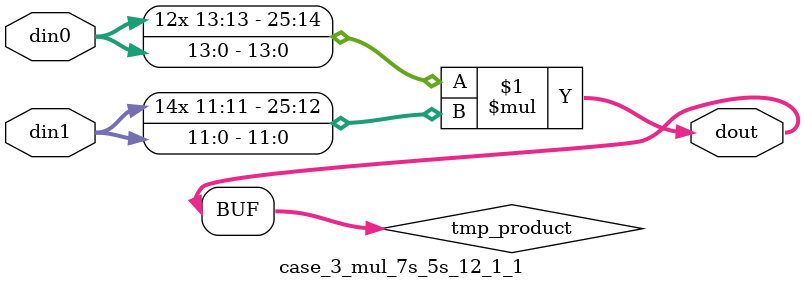
<source format=v>

`timescale 1 ns / 1 ps

 (* use_dsp = "no" *)  module case_3_mul_7s_5s_12_1_1(din0, din1, dout);
parameter ID = 1;
parameter NUM_STAGE = 0;
parameter din0_WIDTH = 14;
parameter din1_WIDTH = 12;
parameter dout_WIDTH = 26;

input [din0_WIDTH - 1 : 0] din0; 
input [din1_WIDTH - 1 : 0] din1; 
output [dout_WIDTH - 1 : 0] dout;

wire signed [dout_WIDTH - 1 : 0] tmp_product;



























assign tmp_product = $signed(din0) * $signed(din1);








assign dout = tmp_product;





















endmodule

</source>
